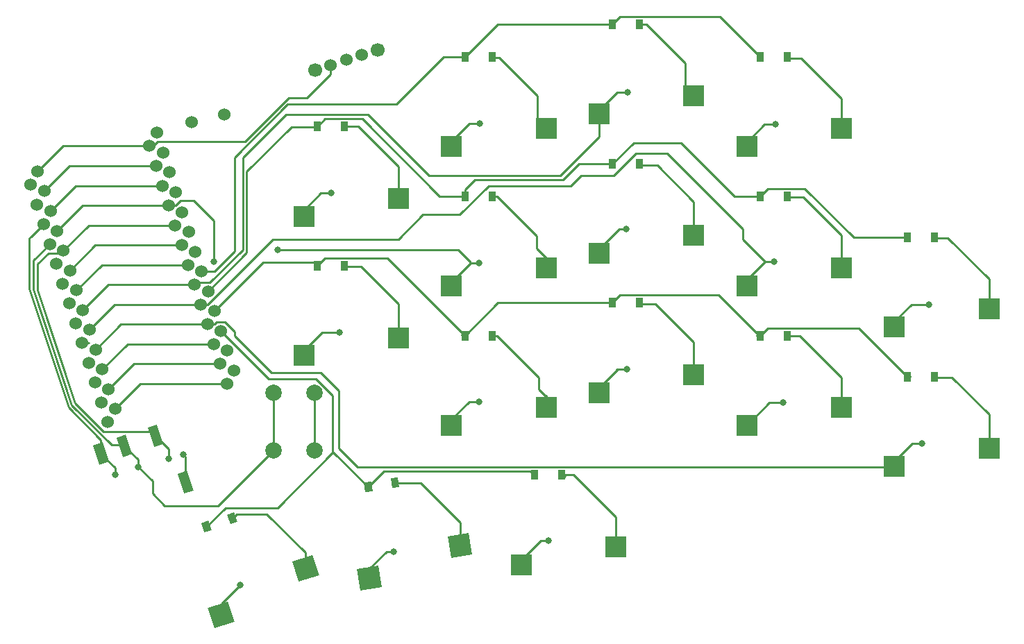
<source format=gbr>
%TF.GenerationSoftware,KiCad,Pcbnew,(5.1.8)-1*%
%TF.CreationDate,2021-08-08T13:00:58+02:00*%
%TF.ProjectId,miniki v2,6d696e69-6b69-4207-9632-2e6b69636164,rev?*%
%TF.SameCoordinates,Original*%
%TF.FileFunction,Copper,L1,Top*%
%TF.FilePolarity,Positive*%
%FSLAX46Y46*%
G04 Gerber Fmt 4.6, Leading zero omitted, Abs format (unit mm)*
G04 Created by KiCad (PCBNEW (5.1.8)-1) date 2021-08-08 13:00:58*
%MOMM*%
%LPD*%
G01*
G04 APERTURE LIST*
%TA.AperFunction,SMDPad,CuDef*%
%ADD10R,0.900000X1.200000*%
%TD*%
%TA.AperFunction,ComponentPad*%
%ADD11C,1.524000*%
%TD*%
%TA.AperFunction,ComponentPad*%
%ADD12C,2.000000*%
%TD*%
%TA.AperFunction,WasherPad*%
%ADD13C,1.700000*%
%TD*%
%TA.AperFunction,SMDPad,CuDef*%
%ADD14R,2.600000X2.600000*%
%TD*%
%TA.AperFunction,SMDPad,CuDef*%
%ADD15C,0.100000*%
%TD*%
%TA.AperFunction,ViaPad*%
%ADD16C,0.800000*%
%TD*%
%TA.AperFunction,Conductor*%
%ADD17C,0.250000*%
%TD*%
G04 APERTURE END LIST*
D10*
%TO.P,D18,2*%
%TO.N,Net-(D18-Pad2)*%
X143650000Y-102000000D03*
%TO.P,D18,1*%
%TO.N,row2*%
X140350000Y-102000000D03*
%TD*%
%TO.P,D17,2*%
%TO.N,Net-(D17-Pad2)*%
X143650000Y-85000000D03*
%TO.P,D17,1*%
%TO.N,row1*%
X140350000Y-85000000D03*
%TD*%
%TO.P,D15,2*%
%TO.N,Net-(D15-Pad2)*%
X125650000Y-97000000D03*
%TO.P,D15,1*%
%TO.N,row2*%
X122350000Y-97000000D03*
%TD*%
%TO.P,D14,2*%
%TO.N,Net-(D14-Pad2)*%
X125650000Y-80000000D03*
%TO.P,D14,1*%
%TO.N,row1*%
X122350000Y-80000000D03*
%TD*%
%TO.P,D13,2*%
%TO.N,Net-(D13-Pad2)*%
X125650000Y-63000000D03*
%TO.P,D13,1*%
%TO.N,row0*%
X122350000Y-63000000D03*
%TD*%
%TO.P,D12,2*%
%TO.N,Net-(D12-Pad2)*%
X98150000Y-114000000D03*
%TO.P,D12,1*%
%TO.N,row3*%
X94850000Y-114000000D03*
%TD*%
%TO.P,D11,2*%
%TO.N,Net-(D11-Pad2)*%
X107650000Y-93000000D03*
%TO.P,D11,1*%
%TO.N,row2*%
X104350000Y-93000000D03*
%TD*%
%TO.P,D10,2*%
%TO.N,Net-(D10-Pad2)*%
X107650000Y-76000000D03*
%TO.P,D10,1*%
%TO.N,row1*%
X104350000Y-76000000D03*
%TD*%
D11*
%TO.P,U1,26*%
%TO.N,bat-*%
X33393525Y-78586180D03*
%TO.P,U1,25*%
%TO.N,bat+*%
X47887626Y-73876761D03*
%TO.P,U1,26*%
%TO.N,bat-*%
X48756656Y-72259039D03*
%TO.P,U1,25*%
%TO.N,bat+*%
X34262555Y-76968458D03*
%TO.P,U1,24*%
%TO.N,Net-(U1-Pad24)*%
X48672529Y-76292444D03*
%TO.P,U1,23*%
%TO.N,gnd*%
X49457433Y-78708128D03*
%TO.P,U1,22*%
%TO.N,reset*%
X50242336Y-81123811D03*
%TO.P,U1,21*%
%TO.N,vcc*%
X51027239Y-83539495D03*
%TO.P,U1,20*%
%TO.N,col0*%
X51812142Y-85955178D03*
%TO.P,U1,19*%
%TO.N,col1*%
X52597045Y-88370862D03*
%TO.P,U1,18*%
%TO.N,col2*%
X53381948Y-90786545D03*
%TO.P,U1,17*%
%TO.N,col3*%
X54166852Y-93202229D03*
%TO.P,U1,16*%
%TO.N,col4*%
X54951755Y-95617913D03*
%TO.P,U1,15*%
%TO.N,Net-(U1-Pad15)*%
X55736658Y-98033596D03*
%TO.P,U1,14*%
%TO.N,Net-(U1-Pad14)*%
X56521561Y-100449280D03*
%TO.P,U1,13*%
%TO.N,Net-(U1-Pad13)*%
X57306464Y-102864963D03*
%TO.P,U1,12*%
%TO.N,Net-(U1-Pad12)*%
X42812363Y-107574382D03*
%TO.P,U1,11*%
%TO.N,Net-(U1-Pad11)*%
X42027460Y-105158699D03*
%TO.P,U1,10*%
%TO.N,row3*%
X41242557Y-102743015D03*
%TO.P,U1,9*%
%TO.N,row2*%
X40457653Y-100327332D03*
%TO.P,U1,8*%
%TO.N,row1*%
X39672750Y-97911648D03*
%TO.P,U1,7*%
%TO.N,row0*%
X38887847Y-95495964D03*
%TO.P,U1,6*%
%TO.N,Net-(U1-Pad6)*%
X38102944Y-93080281D03*
%TO.P,U1,5*%
%TO.N,Net-(U1-Pad5)*%
X37318041Y-90664597D03*
%TO.P,U1,4*%
%TO.N,gnd*%
X36533138Y-88248914D03*
%TO.P,U1,3*%
X35748234Y-85833230D03*
%TO.P,U1,2*%
%TO.N,data*%
X34963331Y-83417547D03*
%TO.P,U1,1*%
%TO.N,Net-(U1-Pad1)*%
X34178428Y-81001863D03*
X49522538Y-74680903D03*
%TO.P,U1,2*%
%TO.N,data*%
X50307441Y-77096586D03*
%TO.P,U1,3*%
%TO.N,gnd*%
X51092344Y-79512270D03*
%TO.P,U1,4*%
X51877248Y-81927953D03*
%TO.P,U1,5*%
%TO.N,Net-(U1-Pad5)*%
X52662151Y-84343637D03*
%TO.P,U1,6*%
%TO.N,Net-(U1-Pad6)*%
X53447054Y-86759320D03*
%TO.P,U1,7*%
%TO.N,row0*%
X54231957Y-89175004D03*
%TO.P,U1,8*%
%TO.N,row1*%
X55016860Y-91590687D03*
%TO.P,U1,9*%
%TO.N,row2*%
X55801763Y-94006371D03*
%TO.P,U1,10*%
%TO.N,row3*%
X56586667Y-96422055D03*
%TO.P,U1,11*%
%TO.N,Net-(U1-Pad11)*%
X57371570Y-98837738D03*
%TO.P,U1,12*%
%TO.N,Net-(U1-Pad12)*%
X58156473Y-101253422D03*
%TO.P,U1,13*%
%TO.N,Net-(U1-Pad13)*%
X43681393Y-105956660D03*
%TO.P,U1,14*%
%TO.N,Net-(U1-Pad14)*%
X42896490Y-103540977D03*
%TO.P,U1,15*%
%TO.N,Net-(U1-Pad15)*%
X42111586Y-101125293D03*
%TO.P,U1,16*%
%TO.N,col4*%
X41326683Y-98709610D03*
%TO.P,U1,17*%
%TO.N,col3*%
X40541780Y-96293926D03*
%TO.P,U1,18*%
%TO.N,col2*%
X39756877Y-93878243D03*
%TO.P,U1,19*%
%TO.N,col1*%
X38971974Y-91462559D03*
%TO.P,U1,20*%
%TO.N,col0*%
X38187071Y-89046875D03*
%TO.P,U1,21*%
%TO.N,vcc*%
X37402167Y-86631192D03*
%TO.P,U1,22*%
%TO.N,reset*%
X36617264Y-84215508D03*
%TO.P,U1,23*%
%TO.N,gnd*%
X35832361Y-81799825D03*
%TO.P,U1,24*%
%TO.N,Net-(U1-Pad24)*%
X35047458Y-79384141D03*
%TD*%
D12*
%TO.P,Reset1,2*%
%TO.N,gnd*%
X63000000Y-104000000D03*
%TO.P,Reset1,1*%
%TO.N,reset*%
X68000000Y-104000000D03*
X68000000Y-111000000D03*
%TO.P,Reset1,2*%
%TO.N,gnd*%
X63000000Y-111000000D03*
%TD*%
D13*
%TO.P,Power1,*%
%TO.N,*%
X75706339Y-62145898D03*
X68097887Y-64618034D03*
D11*
%TO.P,Power1,3*%
%TO.N,Net-(Power1-Pad3)*%
X73804226Y-62763932D03*
%TO.P,Power1,2*%
%TO.N,Net-(Power1-Pad2)*%
X71902113Y-63381966D03*
%TO.P,Power1,1*%
%TO.N,bat+*%
X70000000Y-64000000D03*
%TD*%
D14*
%TO.P,K18,1*%
%TO.N,col4*%
X138725000Y-112950000D03*
%TO.P,K18,2*%
%TO.N,Net-(D18-Pad2)*%
X150275000Y-110750000D03*
%TD*%
%TO.P,K17,1*%
%TO.N,col4*%
X138725000Y-95950000D03*
%TO.P,K17,2*%
%TO.N,Net-(D17-Pad2)*%
X150275000Y-93750000D03*
%TD*%
%TO.P,K15,1*%
%TO.N,col3*%
X120725000Y-107950000D03*
%TO.P,K15,2*%
%TO.N,Net-(D15-Pad2)*%
X132275000Y-105750000D03*
%TD*%
%TO.P,K14,1*%
%TO.N,col3*%
X120725000Y-90950000D03*
%TO.P,K14,2*%
%TO.N,Net-(D14-Pad2)*%
X132275000Y-88750000D03*
%TD*%
%TO.P,K13,1*%
%TO.N,col3*%
X120725000Y-73950000D03*
%TO.P,K13,2*%
%TO.N,Net-(D13-Pad2)*%
X132275000Y-71750000D03*
%TD*%
%TO.P,K12,1*%
%TO.N,col2*%
X93225000Y-124950000D03*
%TO.P,K12,2*%
%TO.N,Net-(D12-Pad2)*%
X104775000Y-122750000D03*
%TD*%
%TO.P,K11,1*%
%TO.N,col2*%
X102725000Y-103950000D03*
%TO.P,K11,2*%
%TO.N,Net-(D11-Pad2)*%
X114275000Y-101750000D03*
%TD*%
%TO.P,K10,1*%
%TO.N,col2*%
X102725000Y-86950000D03*
%TO.P,K10,2*%
%TO.N,Net-(D10-Pad2)*%
X114275000Y-84750000D03*
%TD*%
%TO.P,K9,1*%
%TO.N,col2*%
X102725000Y-69950000D03*
%TO.P,K9,2*%
%TO.N,Net-(D9-Pad2)*%
X114275000Y-67750000D03*
%TD*%
%TA.AperFunction,SMDPad,CuDef*%
D15*
%TO.P,K8,1*%
%TO.N,col1*%
G36*
X73615476Y-128076428D02*
G01*
X73208746Y-125508438D01*
X75776736Y-125101708D01*
X76183466Y-127669698D01*
X73615476Y-128076428D01*
G37*
%TD.AperFunction*%
%TA.AperFunction,SMDPad,CuDef*%
%TO.P,K8,2*%
%TO.N,Net-(D8-Pad2)*%
G36*
X84679120Y-124096696D02*
G01*
X84272390Y-121528706D01*
X86840380Y-121121976D01*
X87247110Y-123689966D01*
X84679120Y-124096696D01*
G37*
%TD.AperFunction*%
%TD*%
D14*
%TO.P,K7,1*%
%TO.N,col1*%
X84725000Y-107950000D03*
%TO.P,K7,2*%
%TO.N,Net-(D7-Pad2)*%
X96275000Y-105750000D03*
%TD*%
%TO.P,K6,1*%
%TO.N,col1*%
X84725000Y-90950000D03*
%TO.P,K6,2*%
%TO.N,Net-(D6-Pad2)*%
X96275000Y-88750000D03*
%TD*%
%TO.P,K5,1*%
%TO.N,col1*%
X84725000Y-73950000D03*
%TO.P,K5,2*%
%TO.N,Net-(D5-Pad2)*%
X96275000Y-71750000D03*
%TD*%
%TA.AperFunction,SMDPad,CuDef*%
D15*
%TO.P,K4,1*%
%TO.N,col0*%
G36*
X55789290Y-132708913D02*
G01*
X54985845Y-130236166D01*
X57458592Y-129432721D01*
X58262037Y-131905468D01*
X55789290Y-132708913D01*
G37*
%TD.AperFunction*%
%TA.AperFunction,SMDPad,CuDef*%
%TO.P,K4,2*%
%TO.N,Net-(D4-Pad2)*%
G36*
X66094155Y-127047442D02*
G01*
X65290710Y-124574695D01*
X67763457Y-123771250D01*
X68566902Y-126243997D01*
X66094155Y-127047442D01*
G37*
%TD.AperFunction*%
%TD*%
D14*
%TO.P,K2,1*%
%TO.N,col0*%
X66725000Y-99450000D03*
%TO.P,K2,2*%
%TO.N,Net-(D2-Pad2)*%
X78275000Y-97250000D03*
%TD*%
%TO.P,K1,1*%
%TO.N,col0*%
X66725000Y-82450000D03*
%TO.P,K1,2*%
%TO.N,Net-(D1-Pad2)*%
X78275000Y-80250000D03*
%TD*%
%TA.AperFunction,SMDPad,CuDef*%
D15*
%TO.P,J1,R2*%
%TO.N,data*%
G36*
X41791727Y-112764426D02*
G01*
X41019185Y-110386785D01*
X42160453Y-110015964D01*
X42932995Y-112393605D01*
X41791727Y-112764426D01*
G37*
%TD.AperFunction*%
%TA.AperFunction,SMDPad,CuDef*%
%TO.P,J1,R1*%
%TO.N,gnd*%
G36*
X44644897Y-111837375D02*
G01*
X43872355Y-109459734D01*
X45013623Y-109088913D01*
X45786165Y-111466554D01*
X44644897Y-111837375D01*
G37*
%TD.AperFunction*%
%TA.AperFunction,SMDPad,CuDef*%
%TO.P,J1,T*%
%TO.N,vcc*%
G36*
X48449123Y-110601307D02*
G01*
X47676581Y-108223666D01*
X48817849Y-107852845D01*
X49590391Y-110230486D01*
X48449123Y-110601307D01*
G37*
%TD.AperFunction*%
%TA.AperFunction,SMDPad,CuDef*%
%TO.P,J1,S*%
%TO.N,Net-(J1-PadS)*%
G36*
X52101159Y-116249193D02*
G01*
X51328617Y-113871552D01*
X52469885Y-113500731D01*
X53242427Y-115878372D01*
X52101159Y-116249193D01*
G37*
%TD.AperFunction*%
%TD*%
D11*
%TO.P,batt-1,1*%
%TO.N,bat-*%
X53000000Y-71000000D03*
%TD*%
%TO.P,batt+1,1*%
%TO.N,Net-(Power1-Pad2)*%
X57000000Y-70000000D03*
%TD*%
D10*
%TO.P,D9,2*%
%TO.N,Net-(D9-Pad2)*%
X107650000Y-59000000D03*
%TO.P,D9,1*%
%TO.N,row0*%
X104350000Y-59000000D03*
%TD*%
%TA.AperFunction,SMDPad,CuDef*%
D15*
%TO.P,D8,2*%
%TO.N,Net-(D8-Pad2)*%
G36*
X77479087Y-115604892D02*
G01*
X77291366Y-114419666D01*
X78180285Y-114278874D01*
X78368006Y-115464100D01*
X77479087Y-115604892D01*
G37*
%TD.AperFunction*%
%TA.AperFunction,SMDPad,CuDef*%
%TO.P,D8,1*%
%TO.N,row3*%
G36*
X74219715Y-116121126D02*
G01*
X74031994Y-114935900D01*
X74920913Y-114795108D01*
X75108634Y-115980334D01*
X74219715Y-116121126D01*
G37*
%TD.AperFunction*%
%TD*%
D10*
%TO.P,D7,2*%
%TO.N,Net-(D7-Pad2)*%
X89650000Y-97000000D03*
%TO.P,D7,1*%
%TO.N,row2*%
X86350000Y-97000000D03*
%TD*%
%TO.P,D6,2*%
%TO.N,Net-(D6-Pad2)*%
X89650000Y-80000000D03*
%TO.P,D6,1*%
%TO.N,row1*%
X86350000Y-80000000D03*
%TD*%
%TO.P,D5,2*%
%TO.N,Net-(D5-Pad2)*%
X89650000Y-63000000D03*
%TO.P,D5,1*%
%TO.N,row0*%
X86350000Y-63000000D03*
%TD*%
%TA.AperFunction,SMDPad,CuDef*%
D15*
%TO.P,D4,2*%
%TO.N,Net-(D4-Pad2)*%
G36*
X57726678Y-119999814D02*
G01*
X57355857Y-118858546D01*
X58211808Y-118580430D01*
X58582629Y-119721698D01*
X57726678Y-119999814D01*
G37*
%TD.AperFunction*%
%TA.AperFunction,SMDPad,CuDef*%
%TO.P,D4,1*%
%TO.N,row3*%
G36*
X54588192Y-121019570D02*
G01*
X54217371Y-119878302D01*
X55073322Y-119600186D01*
X55444143Y-120741454D01*
X54588192Y-121019570D01*
G37*
%TD.AperFunction*%
%TD*%
D10*
%TO.P,D2,2*%
%TO.N,Net-(D2-Pad2)*%
X71650000Y-88500000D03*
%TO.P,D2,1*%
%TO.N,row2*%
X68350000Y-88500000D03*
%TD*%
%TO.P,D1,2*%
%TO.N,Net-(D1-Pad2)*%
X71650000Y-71500000D03*
%TO.P,D1,1*%
%TO.N,row1*%
X68350000Y-71500000D03*
%TD*%
D16*
%TO.N,Net-(D1-Pad2)*%
X71650000Y-71500000D03*
%TO.N,Net-(D2-Pad2)*%
X71704200Y-88544400D03*
%TO.N,Net-(D4-Pad2)*%
X57937400Y-119380000D03*
%TO.N,Net-(D5-Pad2)*%
X89687400Y-63093600D03*
%TO.N,Net-(D6-Pad2)*%
X89687400Y-80035400D03*
%TO.N,Net-(D7-Pad2)*%
X89738200Y-97028000D03*
%TO.N,Net-(D8-Pad2)*%
X77927200Y-115011200D03*
%TO.N,Net-(D9-Pad2)*%
X107670600Y-59055000D03*
%TO.N,Net-(D10-Pad2)*%
X107670600Y-76200000D03*
%TO.N,Net-(D11-Pad2)*%
X107619800Y-93141800D03*
%TO.N,Net-(D12-Pad2)*%
X98298000Y-114173000D03*
%TO.N,Net-(D13-Pad2)*%
X125679200Y-63169800D03*
%TO.N,Net-(D14-Pad2)*%
X125780800Y-80086200D03*
%TO.N,Net-(D15-Pad2)*%
X125628400Y-97180400D03*
%TO.N,Net-(D17-Pad2)*%
X143687800Y-85090000D03*
%TO.N,Net-(J1-PadS)*%
X52000000Y-111500000D03*
%TO.N,Net-(D18-Pad2)*%
X143687800Y-102133400D03*
%TO.N,row1*%
X140335000Y-85039200D03*
X122402600Y-80010000D03*
X104343200Y-76073000D03*
X86360000Y-80010000D03*
X68326000Y-71526400D03*
%TO.N,row2*%
X104343200Y-92964000D03*
X122275600Y-97028000D03*
X140385800Y-102031800D03*
X68326000Y-88493600D03*
X86334600Y-96977200D03*
%TO.N,row3*%
X54838600Y-120396000D03*
X74523600Y-115417600D03*
X94843600Y-114046000D03*
%TO.N,row0*%
X122351800Y-63042800D03*
X104317800Y-58978800D03*
X86360000Y-63017400D03*
%TO.N,data*%
X43750000Y-114000000D03*
%TO.N,col0*%
X58953400Y-127406400D03*
X71043800Y-96647000D03*
X70002400Y-79629000D03*
%TO.N,col1*%
X88036400Y-105054400D03*
X77673200Y-123342400D03*
X88061800Y-88138000D03*
X88138000Y-71170800D03*
X63500000Y-86500000D03*
%TO.N,col2*%
X106121200Y-101117400D03*
X96545400Y-122047000D03*
X106019600Y-84023200D03*
X106222800Y-67335400D03*
%TO.N,col3*%
X125120400Y-105181400D03*
X124079000Y-87960200D03*
X124206000Y-71221600D03*
%TO.N,col4*%
X142062200Y-110134400D03*
X142900400Y-93218000D03*
%TO.N,reset*%
X55750000Y-88000000D03*
%TO.N,gnd*%
X46500000Y-113000000D03*
%TO.N,vcc*%
X50250000Y-112000000D03*
%TD*%
D17*
%TO.N,Net-(D1-Pad2)*%
X78275000Y-80250000D02*
X78275000Y-76420800D01*
X73354200Y-71500000D02*
X71650000Y-71500000D01*
X78275000Y-76420800D02*
X73354200Y-71500000D01*
%TO.N,Net-(D2-Pad2)*%
X78275000Y-97250000D02*
X78275000Y-93159400D01*
X73660000Y-88544400D02*
X71704200Y-88544400D01*
X78275000Y-93159400D02*
X73660000Y-88544400D01*
%TO.N,Net-(D4-Pad2)*%
X66928806Y-125409346D02*
X66928806Y-123494606D01*
X66928806Y-123494606D02*
X62199321Y-118765121D01*
X58552279Y-118765121D02*
X57937400Y-119380000D01*
X62199321Y-118765121D02*
X58552279Y-118765121D01*
%TO.N,Net-(D5-Pad2)*%
X96275000Y-71750000D02*
X96275000Y-71560800D01*
X96275000Y-71560800D02*
X95199200Y-70485000D01*
X95199200Y-70485000D02*
X95199200Y-67772198D01*
X90520602Y-63093600D02*
X89687400Y-63093600D01*
X95199200Y-67772198D02*
X90520602Y-63093600D01*
%TO.N,Net-(D6-Pad2)*%
X96275000Y-88750000D02*
X96275000Y-87537400D01*
X96275000Y-87537400D02*
X95097600Y-86360000D01*
X90240334Y-80000000D02*
X89650000Y-80000000D01*
X95097600Y-84857266D02*
X90240334Y-80000000D01*
X95097600Y-86360000D02*
X95097600Y-84857266D01*
%TO.N,Net-(D7-Pad2)*%
X96275000Y-105750000D02*
X96275000Y-104352200D01*
X96275000Y-105750000D02*
X96275000Y-104479200D01*
X96275000Y-104479200D02*
X95351600Y-103555800D01*
X90240334Y-97000000D02*
X89650000Y-97000000D01*
X95351600Y-102111266D02*
X90240334Y-97000000D01*
X95351600Y-103555800D02*
X95351600Y-102111266D01*
%TO.N,Net-(D8-Pad2)*%
X85759750Y-122609336D02*
X85759750Y-119795750D01*
X80975200Y-115011200D02*
X77927200Y-115011200D01*
X85759750Y-119795750D02*
X80975200Y-115011200D01*
%TO.N,Net-(D9-Pad2)*%
X114275000Y-67750000D02*
X114275000Y-67539000D01*
X114275000Y-67539000D02*
X113207800Y-66471800D01*
X113207800Y-66471800D02*
X113207800Y-63780798D01*
X114275000Y-67750000D02*
X114275000Y-68732000D01*
X108482002Y-59055000D02*
X107670600Y-59055000D01*
X113207800Y-63780798D02*
X108482002Y-59055000D01*
%TO.N,Net-(D10-Pad2)*%
X114275000Y-84750000D02*
X114275000Y-80670800D01*
X109804200Y-76200000D02*
X107670600Y-76200000D01*
X114275000Y-80670800D02*
X109804200Y-76200000D01*
%TO.N,Net-(D11-Pad2)*%
X114275000Y-101750000D02*
X114275000Y-97815800D01*
X109601000Y-93141800D02*
X107619800Y-93141800D01*
X114275000Y-97815800D02*
X109601000Y-93141800D01*
%TO.N,Net-(D12-Pad2)*%
X104775000Y-122750000D02*
X104775000Y-119176800D01*
X99598200Y-114000000D02*
X98150000Y-114000000D01*
X104775000Y-119176800D02*
X99598200Y-114000000D01*
%TO.N,Net-(D13-Pad2)*%
X132275000Y-71750000D02*
X132275000Y-68089200D01*
X127355600Y-63169800D02*
X125679200Y-63169800D01*
X132275000Y-68089200D02*
X127355600Y-63169800D01*
%TO.N,Net-(D14-Pad2)*%
X132275000Y-88750000D02*
X132275000Y-84726200D01*
X127635000Y-80086200D02*
X125780800Y-80086200D01*
X132275000Y-84726200D02*
X127635000Y-80086200D01*
%TO.N,Net-(D15-Pad2)*%
X132275000Y-105750000D02*
X132275000Y-102099800D01*
X127175200Y-97000000D02*
X125650000Y-97000000D01*
X132275000Y-102099800D02*
X127175200Y-97000000D01*
%TO.N,Net-(D17-Pad2)*%
X150275000Y-93750000D02*
X150275000Y-90102400D01*
X145262600Y-85090000D02*
X143687800Y-85090000D01*
X150275000Y-90102400D02*
X145262600Y-85090000D01*
%TO.N,Net-(J1-PadS)*%
X52285522Y-111785522D02*
X52000000Y-111500000D01*
X52285522Y-114874962D02*
X52285522Y-111785522D01*
%TO.N,Net-(D18-Pad2)*%
X150275000Y-110750000D02*
X150275000Y-106637800D01*
X145770600Y-102133400D02*
X143687800Y-102133400D01*
X150275000Y-106637800D02*
X145770600Y-102133400D01*
%TO.N,row1*%
X40532820Y-97911648D02*
X39672750Y-97911648D01*
X104350000Y-76000000D02*
X104350000Y-75990000D01*
X65223600Y-71526400D02*
X68326000Y-71526400D01*
X59750000Y-77000000D02*
X65223600Y-71526400D01*
X59750000Y-86857547D02*
X59750000Y-77000000D01*
X55016860Y-91590687D02*
X59750000Y-86857547D01*
X83250000Y-80000000D02*
X86350000Y-80000000D01*
X73824999Y-70574999D02*
X83250000Y-80000000D01*
X69277401Y-70574999D02*
X73824999Y-70574999D01*
X68326000Y-71526400D02*
X69277401Y-70574999D01*
X86350000Y-80000000D02*
X86350000Y-79900000D01*
X104350000Y-76000000D02*
X104350000Y-75900000D01*
X123337601Y-79074999D02*
X127824999Y-79074999D01*
X122402600Y-80010000D02*
X123337601Y-79074999D01*
X133789200Y-85039200D02*
X140335000Y-85039200D01*
X127824999Y-79074999D02*
X133789200Y-85039200D01*
X86350000Y-79150000D02*
X87549990Y-77950010D01*
X86350000Y-80000000D02*
X86350000Y-79150000D01*
X87549990Y-77950010D02*
X98299990Y-77950010D01*
X100250000Y-76000000D02*
X102250000Y-76000000D01*
X102250000Y-76000000D02*
X104350000Y-76000000D01*
X98299990Y-77950010D02*
X100250000Y-76000000D01*
X102000000Y-76000000D02*
X102250000Y-76000000D01*
X104343200Y-76073000D02*
X106916200Y-73500000D01*
X106916200Y-73500000D02*
X112750000Y-73500000D01*
X112750000Y-73500000D02*
X119250000Y-80000000D01*
X119250000Y-80000000D02*
X122350000Y-80000000D01*
%TO.N,row2*%
X55801763Y-94006371D02*
X61750000Y-88058134D01*
X67890534Y-88058134D02*
X68326000Y-88493600D01*
X61750000Y-88058134D02*
X67890534Y-88058134D01*
X76924999Y-87574999D02*
X86350000Y-97000000D01*
X69244601Y-87574999D02*
X76924999Y-87574999D01*
X68326000Y-88493600D02*
X69244601Y-87574999D01*
X90386000Y-92964000D02*
X104343200Y-92964000D01*
X86350000Y-97000000D02*
X90386000Y-92964000D01*
X117322599Y-92074999D02*
X122275600Y-97028000D01*
X105232201Y-92074999D02*
X117322599Y-92074999D01*
X104343200Y-92964000D02*
X105232201Y-92074999D01*
X123275001Y-96074999D02*
X134424999Y-96074999D01*
X134424999Y-96074999D02*
X140350000Y-102000000D01*
X122350000Y-97000000D02*
X123275001Y-96074999D01*
%TO.N,row3*%
X94780031Y-113930031D02*
X94850000Y-114000000D01*
X56586667Y-96422055D02*
X62414612Y-102250000D01*
X68211002Y-102250000D02*
X70250000Y-104288998D01*
X62414612Y-102250000D02*
X68211002Y-102250000D01*
X70250000Y-111144000D02*
X74523600Y-115417600D01*
X70250000Y-104288998D02*
X70250000Y-111144000D01*
X74570314Y-115458117D02*
X76500000Y-113528431D01*
X94326031Y-113528431D02*
X94843600Y-114046000D01*
X76500000Y-113528431D02*
X94326031Y-113528431D01*
X70250000Y-111144000D02*
X70250000Y-111250000D01*
X70250000Y-111250000D02*
X63500000Y-118000000D01*
X57140635Y-118000000D02*
X54830757Y-120309878D01*
X63500000Y-118000000D02*
X57140635Y-118000000D01*
%TO.N,row0*%
X104350000Y-59000000D02*
X104350000Y-58997400D01*
X90377400Y-59000000D02*
X104350000Y-59000000D01*
X86360000Y-63017400D02*
X90377400Y-59000000D01*
X117424999Y-58074999D02*
X122350000Y-63000000D01*
X105275001Y-58074999D02*
X117424999Y-58074999D01*
X104350000Y-59000000D02*
X105275001Y-58074999D01*
X83750000Y-63000000D02*
X86350000Y-63000000D01*
X78000000Y-68750000D02*
X83750000Y-63000000D01*
X64750000Y-68750000D02*
X78000000Y-68750000D01*
X58250000Y-75250000D02*
X64750000Y-68750000D01*
X58250000Y-86750000D02*
X58250000Y-75250000D01*
X55824996Y-89175004D02*
X58250000Y-86750000D01*
X54231957Y-89175004D02*
X55824996Y-89175004D01*
%TO.N,data*%
X34963331Y-83417547D02*
X34661233Y-83719645D01*
X41976090Y-111390195D02*
X43750000Y-113164105D01*
X43750000Y-113164105D02*
X43750000Y-114000000D01*
X43750000Y-114000000D02*
X43750000Y-114000000D01*
X33250000Y-85130878D02*
X33440439Y-84940439D01*
X33250000Y-91250000D02*
X33250000Y-85130878D01*
X34963331Y-83417547D02*
X33440439Y-84940439D01*
X41976090Y-111390195D02*
X41976090Y-109726090D01*
X41976090Y-109726090D02*
X38016667Y-105766667D01*
X33250000Y-91250000D02*
X38016667Y-105766667D01*
%TO.N,col0*%
X56623941Y-129735859D02*
X58953400Y-127406400D01*
X56623941Y-131070817D02*
X56623941Y-129735859D01*
X66725000Y-99450000D02*
X66725000Y-98857600D01*
X68935600Y-96647000D02*
X71043800Y-96647000D01*
X66725000Y-98857600D02*
X68935600Y-96647000D01*
X66725000Y-81712600D02*
X68808600Y-79629000D01*
X66725000Y-82450000D02*
X66725000Y-81712600D01*
X68808600Y-79629000D02*
X70002400Y-79629000D01*
X41278768Y-85955178D02*
X38187071Y-89046875D01*
X51812142Y-85955178D02*
X41278768Y-85955178D01*
%TO.N,col1*%
X74696106Y-126589068D02*
X74696106Y-125430494D01*
X76784200Y-123342400D02*
X77673200Y-123342400D01*
X74696106Y-125430494D02*
X76784200Y-123342400D01*
X84725000Y-107950000D02*
X84725000Y-107197400D01*
X86868000Y-105054400D02*
X88036400Y-105054400D01*
X84725000Y-107197400D02*
X86868000Y-105054400D01*
X84725000Y-90950000D02*
X84725000Y-90509600D01*
X87096600Y-88138000D02*
X88061800Y-88138000D01*
X84725000Y-90509600D02*
X87096600Y-88138000D01*
X84725000Y-73950000D02*
X84725000Y-73339200D01*
X86893400Y-71170800D02*
X88138000Y-71170800D01*
X84725000Y-73339200D02*
X86893400Y-71170800D01*
X87096600Y-88138000D02*
X87096600Y-88096600D01*
X87096600Y-88096600D02*
X85500000Y-86500000D01*
X85500000Y-86500000D02*
X63500000Y-86500000D01*
X63500000Y-86500000D02*
X63500000Y-86500000D01*
X42063671Y-88370862D02*
X38971974Y-91462559D01*
X52597045Y-88370862D02*
X42063671Y-88370862D01*
%TO.N,col2*%
X93225000Y-124950000D02*
X93225000Y-124402200D01*
X95580200Y-122047000D02*
X96545400Y-122047000D01*
X93225000Y-124402200D02*
X95580200Y-122047000D01*
X102725000Y-103950000D02*
X102725000Y-103370600D01*
X104978200Y-101117400D02*
X106121200Y-101117400D01*
X102725000Y-103370600D02*
X104978200Y-101117400D01*
X102725000Y-86950000D02*
X102725000Y-86479600D01*
X105181400Y-84023200D02*
X106019600Y-84023200D01*
X102725000Y-86479600D02*
X105181400Y-84023200D01*
X102725000Y-69950000D02*
X102725000Y-69512400D01*
X104902000Y-67335400D02*
X106222800Y-67335400D01*
X102725000Y-69512400D02*
X104902000Y-67335400D01*
X104978200Y-101117400D02*
X104851200Y-101117400D01*
X104978200Y-101117400D02*
X104825800Y-101117400D01*
X97950000Y-77500000D02*
X102725000Y-72725000D01*
X74500000Y-70000000D02*
X82000000Y-77500000D01*
X82000000Y-77500000D02*
X97950000Y-77500000D01*
X59250000Y-75250000D02*
X64500000Y-70000000D01*
X59250000Y-86500000D02*
X59250000Y-75250000D01*
X55246314Y-90503686D02*
X59250000Y-86500000D01*
X53664807Y-90503686D02*
X55246314Y-90503686D01*
X102725000Y-72725000D02*
X102725000Y-69950000D01*
X64500000Y-70000000D02*
X74500000Y-70000000D01*
X53381948Y-90786545D02*
X53664807Y-90503686D01*
X42848575Y-90786545D02*
X39756877Y-93878243D01*
X53381948Y-90786545D02*
X42848575Y-90786545D01*
%TO.N,col3*%
X123493600Y-105181400D02*
X125120400Y-105181400D01*
X120725000Y-107950000D02*
X123493600Y-105181400D01*
X120725000Y-90950000D02*
X120725000Y-90196600D01*
X122961400Y-87960200D02*
X124079000Y-87960200D01*
X120725000Y-90196600D02*
X122961400Y-87960200D01*
X120725000Y-73950000D02*
X120725000Y-73381800D01*
X122885200Y-71221600D02*
X124206000Y-71221600D01*
X120725000Y-73381800D02*
X122885200Y-71221600D01*
X120250000Y-85248800D02*
X122961400Y-87960200D01*
X54166852Y-93202229D02*
X54997143Y-93202229D01*
X89235002Y-78750000D02*
X99250000Y-78750000D01*
X54997143Y-93202229D02*
X62949372Y-85250000D01*
X62949372Y-85250000D02*
X78250000Y-85250000D01*
X111000000Y-74750000D02*
X120250000Y-84000000D01*
X81250000Y-82250000D02*
X85735002Y-82250000D01*
X100500000Y-77500000D02*
X104485002Y-77500000D01*
X85735002Y-82250000D02*
X89235002Y-78750000D01*
X99250000Y-78750000D02*
X100500000Y-77500000D01*
X78250000Y-85250000D02*
X81250000Y-82250000D01*
X120250000Y-84000000D02*
X120250000Y-85248800D01*
X104485002Y-77500000D02*
X107235002Y-74750000D01*
X107235002Y-74750000D02*
X111000000Y-74750000D01*
X43633477Y-93202229D02*
X40541780Y-96293926D01*
X54166852Y-93202229D02*
X43633477Y-93202229D01*
%TO.N,col4*%
X138725000Y-112950000D02*
X138725000Y-112328600D01*
X140919200Y-110134400D02*
X142062200Y-110134400D01*
X138725000Y-112328600D02*
X140919200Y-110134400D01*
X140792200Y-93218000D02*
X142900400Y-93218000D01*
X138725000Y-95285200D02*
X140792200Y-93218000D01*
X138725000Y-95950000D02*
X138725000Y-95285200D01*
X55782047Y-95617913D02*
X56064906Y-95335054D01*
X56064906Y-95335054D02*
X57085054Y-95335054D01*
X54951755Y-95617913D02*
X55782047Y-95617913D01*
X57085054Y-95335054D02*
X58250000Y-96500000D01*
X58250000Y-96500000D02*
X58250000Y-97000000D01*
X58250000Y-97000000D02*
X62750000Y-101500000D01*
X62750000Y-101500000D02*
X68750000Y-101500000D01*
X68750000Y-101500000D02*
X71000000Y-103750000D01*
X71000000Y-103750000D02*
X71000000Y-110750000D01*
X71000000Y-110750000D02*
X73250000Y-113000000D01*
X138675000Y-113000000D02*
X138725000Y-112950000D01*
X73250000Y-113000000D02*
X138675000Y-113000000D01*
X44418380Y-95617913D02*
X41326683Y-98709610D01*
X54951755Y-95617913D02*
X44418380Y-95617913D01*
%TO.N,reset*%
X68000000Y-104000000D02*
X68000000Y-111000000D01*
X51072628Y-81123811D02*
X51696439Y-80500000D01*
X50242336Y-81123811D02*
X51072628Y-81123811D01*
X51696439Y-80500000D02*
X53250000Y-80500000D01*
X53250000Y-80500000D02*
X55750000Y-83000000D01*
X55750000Y-83000000D02*
X55750000Y-88000000D01*
X39708961Y-81123811D02*
X36617264Y-84215508D01*
X50242336Y-81123811D02*
X39708961Y-81123811D01*
X55750000Y-88000000D02*
X55750000Y-88000000D01*
%TO.N,gnd*%
X63000000Y-104000000D02*
X63000000Y-111000000D01*
X44829260Y-110463144D02*
X46500000Y-112133884D01*
X46500000Y-112133884D02*
X46500000Y-113000000D01*
X46500000Y-113000000D02*
X46500000Y-113000000D01*
X56250000Y-117750000D02*
X63000000Y-111000000D01*
X49750000Y-117750000D02*
X56250000Y-117750000D01*
X48250000Y-116250000D02*
X49750000Y-117750000D01*
X48250000Y-114750000D02*
X48250000Y-116250000D01*
X46500000Y-113000000D02*
X48250000Y-114750000D01*
X35748234Y-85833230D02*
X33750000Y-87831464D01*
X38410741Y-105524331D02*
X43250000Y-110363590D01*
X33750000Y-91330253D02*
X38410741Y-105524331D01*
X33750000Y-87831464D02*
X33750000Y-91330253D01*
X44729706Y-110363590D02*
X44829260Y-110463144D01*
X43250000Y-110363590D02*
X44729706Y-110363590D01*
X38924058Y-78708128D02*
X35832361Y-81799825D01*
X49457433Y-78708128D02*
X38924058Y-78708128D01*
%TO.N,vcc*%
X48633486Y-109227076D02*
X50250000Y-110843590D01*
X50250000Y-110843590D02*
X50250000Y-112000000D01*
X50250000Y-112000000D02*
X50250000Y-112000000D01*
X37113128Y-86920231D02*
X37402167Y-86631192D01*
X34250000Y-88250000D02*
X35579769Y-86920231D01*
X34250000Y-91410506D02*
X34250000Y-88250000D01*
X38804815Y-105281995D02*
X34250000Y-91410506D01*
X42286723Y-108763903D02*
X38804815Y-105281995D01*
X35579769Y-86920231D02*
X37113128Y-86920231D01*
X48170313Y-108763903D02*
X42286723Y-108763903D01*
X48633486Y-109227076D02*
X48170313Y-108763903D01*
X40493864Y-83539495D02*
X37402167Y-86631192D01*
X51027239Y-83539495D02*
X40493864Y-83539495D01*
%TO.N,bat+*%
X37354252Y-73876761D02*
X34262555Y-76968458D01*
X47887626Y-73876761D02*
X37354252Y-73876761D01*
X59517550Y-73346040D02*
X64863590Y-68000000D01*
X48903960Y-73346040D02*
X59517550Y-73346040D01*
X48373239Y-73876761D02*
X48903960Y-73346040D01*
X47887626Y-73876761D02*
X48373239Y-73876761D01*
X70000000Y-65077630D02*
X70000000Y-64000000D01*
X67077630Y-68000000D02*
X70000000Y-65077630D01*
X64863590Y-68000000D02*
X67077630Y-68000000D01*
%TO.N,Net-(U1-Pad15)*%
X45203283Y-98033596D02*
X42111586Y-101125293D01*
X55736658Y-98033596D02*
X45203283Y-98033596D01*
%TO.N,Net-(U1-Pad14)*%
X45988187Y-100449280D02*
X42896490Y-103540977D01*
X56521561Y-100449280D02*
X45988187Y-100449280D01*
%TO.N,Net-(U1-Pad13)*%
X46773090Y-102864963D02*
X43681393Y-105956660D01*
X57306464Y-102864963D02*
X46773090Y-102864963D01*
%TO.N,Net-(U1-Pad6)*%
X53447054Y-86759320D02*
X53270880Y-86759320D01*
%TO.N,Net-(U1-Pad24)*%
X38139155Y-76292444D02*
X35047458Y-79384141D01*
X48672529Y-76292444D02*
X38139155Y-76292444D01*
%TD*%
M02*

</source>
